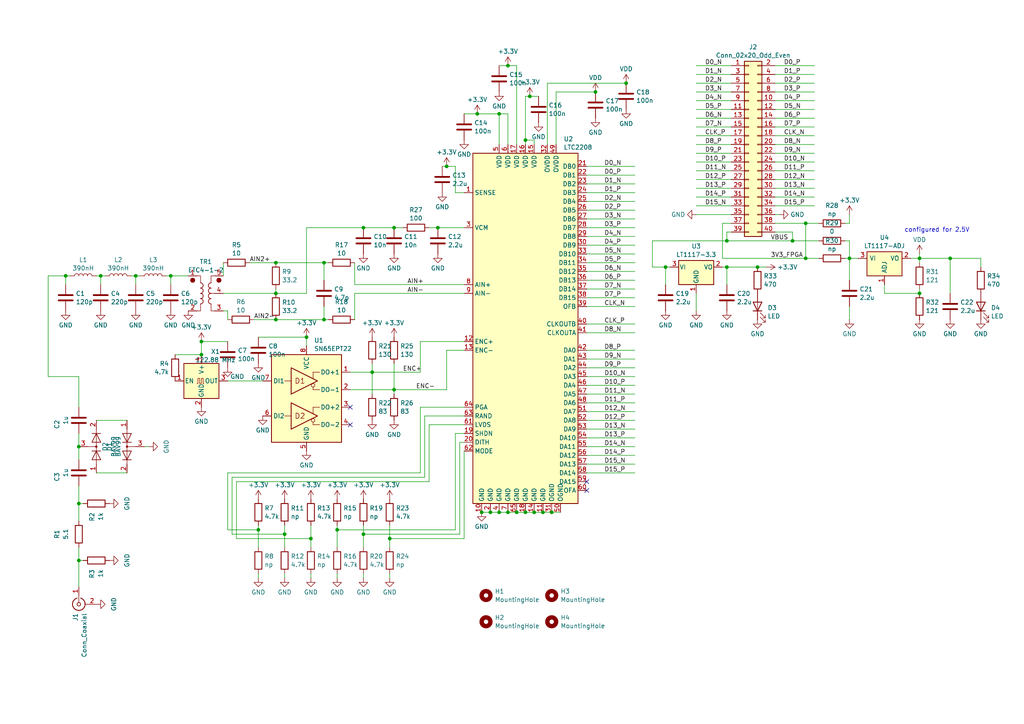
<source format=kicad_sch>
(kicad_sch (version 20231120) (generator "eeschema") (generator_version "8.0")
  (paper "A4")
  (junction (at 160.02 148.59))
  (junction (at 19.05 80.01))
  (junction (at 152.4 40.64))
  (junction (at 144.78 148.59))
  (junction (at 93.98 92.71))
  (junction (at 97.79 153.67))
  (junction (at 22.86 129.54))
  (junction (at 105.41 66.04))
  (junction (at 147.32 19.05))
  (junction (at 153.67 27.94))
  (junction (at 266.7 74.93))
  (junction (at 157.48 148.59))
  (junction (at 246.38 74.93))
  (junction (at 172.72 26.67))
  (junction (at 275.59 74.93))
  (junction (at 58.42 99.06))
  (junction (at 114.3 113.03))
  (junction (at 152.4 148.59))
  (junction (at 114.3 66.04))
  (junction (at 229.87 69.85))
  (junction (at 144.78 33.02))
  (junction (at 129.54 48.26))
  (junction (at 39.37 80.01))
  (junction (at 127 66.04))
  (junction (at 233.68 74.93))
  (junction (at 266.7 85.09))
  (junction (at 142.24 148.59))
  (junction (at 22.86 162.56))
  (junction (at 80.01 85.09))
  (junction (at 74.93 153.67))
  (junction (at 154.94 148.59))
  (junction (at 139.7 148.59))
  (junction (at 29.21 80.01))
  (junction (at 107.95 107.95))
  (junction (at 80.01 92.71))
  (junction (at 80.01 76.2))
  (junction (at 149.86 148.59))
  (junction (at 22.86 146.05))
  (junction (at 210.82 77.47))
  (junction (at 113.03 156.21))
  (junction (at 147.32 148.59))
  (junction (at 49.53 80.01))
  (junction (at 58.42 102.87))
  (junction (at 181.61 24.13))
  (junction (at 88.9 97.79))
  (junction (at 90.17 156.21))
  (junction (at 233.68 64.77))
  (junction (at 210.82 69.85))
  (junction (at 82.55 154.94))
  (junction (at 193.04 77.47))
  (junction (at 138.43 33.02))
  (junction (at 105.41 154.94))
  (junction (at 93.98 76.2))
  (junction (at 219.71 77.47))
  (no_connect (at 170.18 142.24))
  (no_connect (at 101.6 118.11))
  (no_connect (at 101.6 123.19))
  (no_connect (at 170.18 139.7))
  (wire (pts (xy 129.54 101.6) (xy 134.62 101.6)))
  (wire (pts (xy 142.24 148.59) (xy 144.78 148.59)))
  (wire (pts (xy 152.4 40.64) (xy 152.4 27.94)))
  (wire (pts (xy 147.32 33.02) (xy 147.32 41.91)))
  (wire (pts (xy 170.18 121.92) (xy 184.15 121.92)))
  (wire (pts (xy 82.55 152.4) (xy 82.55 154.94)))
  (wire (pts (xy 224.79 52.07) (xy 236.22 52.07)))
  (wire (pts (xy 22.86 146.05) (xy 22.86 151.13)))
  (wire (pts (xy 67.31 138.43) (xy 67.31 154.94)))
  (wire (pts (xy 210.82 77.47) (xy 210.82 82.55)))
  (wire (pts (xy 170.18 48.26) (xy 184.15 48.26)))
  (wire (pts (xy 266.7 73.66) (xy 266.7 74.93)))
  (wire (pts (xy 224.79 24.13) (xy 236.22 24.13)))
  (wire (pts (xy 224.79 34.29) (xy 236.22 34.29)))
  (wire (pts (xy 134.62 123.19) (xy 124.46 123.19)))
  (wire (pts (xy 107.95 105.41) (xy 107.95 107.95)))
  (wire (pts (xy 132.08 55.88) (xy 132.08 48.26)))
  (wire (pts (xy 170.18 124.46) (xy 184.15 124.46)))
  (wire (pts (xy 266.7 83.82) (xy 266.7 85.09)))
  (wire (pts (xy 201.93 62.23) (xy 212.09 62.23)))
  (wire (pts (xy 123.19 120.65) (xy 123.19 138.43)))
  (wire (pts (xy 68.58 156.21) (xy 90.17 156.21)))
  (wire (pts (xy 224.79 41.91) (xy 236.22 41.91)))
  (wire (pts (xy 58.42 99.06) (xy 58.42 102.87)))
  (wire (pts (xy 193.04 77.47) (xy 189.23 77.47)))
  (wire (pts (xy 224.79 39.37) (xy 236.22 39.37)))
  (wire (pts (xy 90.17 152.4) (xy 90.17 156.21)))
  (wire (pts (xy 201.93 36.83) (xy 212.09 36.83)))
  (wire (pts (xy 82.55 166.37) (xy 82.55 167.64)))
  (wire (pts (xy 74.93 153.67) (xy 74.93 158.75)))
  (wire (pts (xy 209.55 64.77) (xy 212.09 64.77)))
  (wire (pts (xy 49.53 80.01) (xy 49.53 82.55)))
  (wire (pts (xy 266.7 85.09) (xy 256.54 85.09)))
  (wire (pts (xy 224.79 49.53) (xy 236.22 49.53)))
  (wire (pts (xy 123.19 138.43) (xy 67.31 138.43)))
  (wire (pts (xy 22.86 109.22) (xy 22.86 118.11)))
  (wire (pts (xy 149.86 148.59) (xy 152.4 148.59)))
  (wire (pts (xy 73.66 92.71) (xy 80.01 92.71)))
  (wire (pts (xy 134.62 120.65) (xy 123.19 120.65)))
  (wire (pts (xy 105.41 152.4) (xy 105.41 154.94)))
  (wire (pts (xy 153.67 27.94) (xy 156.21 27.94)))
  (wire (pts (xy 170.18 86.36) (xy 184.15 86.36)))
  (wire (pts (xy 170.18 111.76) (xy 184.15 111.76)))
  (wire (pts (xy 124.46 66.04) (xy 127 66.04)))
  (wire (pts (xy 256.54 85.09) (xy 256.54 82.55)))
  (wire (pts (xy 161.29 26.67) (xy 172.72 26.67)))
  (wire (pts (xy 107.95 107.95) (xy 121.92 107.95)))
  (wire (pts (xy 246.38 74.93) (xy 248.92 74.93)))
  (wire (pts (xy 105.41 154.94) (xy 105.41 158.75)))
  (wire (pts (xy 97.79 166.37) (xy 97.79 167.64)))
  (wire (pts (xy 170.18 88.9) (xy 184.15 88.9)))
  (wire (pts (xy 170.18 76.2) (xy 184.15 76.2)))
  (wire (pts (xy 105.41 154.94) (xy 133.35 154.94)))
  (wire (pts (xy 147.32 19.05) (xy 144.78 19.05)))
  (wire (pts (xy 22.86 162.56) (xy 24.13 162.56)))
  (wire (pts (xy 224.79 44.45) (xy 236.22 44.45)))
  (wire (pts (xy 246.38 64.77) (xy 245.11 64.77)))
  (wire (pts (xy 88.9 66.04) (xy 88.9 85.09)))
  (wire (pts (xy 22.86 146.05) (xy 24.13 146.05)))
  (wire (pts (xy 209.55 64.77) (xy 209.55 74.93)))
  (wire (pts (xy 22.86 129.54) (xy 22.86 133.35)))
  (wire (pts (xy 170.18 68.58) (xy 184.15 68.58)))
  (wire (pts (xy 22.86 162.56) (xy 22.86 170.18)))
  (wire (pts (xy 224.79 57.15) (xy 236.22 57.15)))
  (wire (pts (xy 50.8 102.87) (xy 58.42 102.87)))
  (wire (pts (xy 147.32 148.59) (xy 149.86 148.59)))
  (wire (pts (xy 233.68 74.93) (xy 233.68 64.77)))
  (wire (pts (xy 27.94 121.92) (xy 36.83 121.92)))
  (wire (pts (xy 229.87 67.31) (xy 229.87 69.85)))
  (wire (pts (xy 144.78 33.02) (xy 147.32 33.02)))
  (wire (pts (xy 68.58 139.7) (xy 68.58 156.21)))
  (wire (pts (xy 39.37 80.01) (xy 39.37 82.55)))
  (wire (pts (xy 19.05 80.01) (xy 20.32 80.01)))
  (wire (pts (xy 201.93 46.99) (xy 212.09 46.99)))
  (wire (pts (xy 105.41 66.04) (xy 114.3 66.04)))
  (wire (pts (xy 170.18 119.38) (xy 184.15 119.38)))
  (wire (pts (xy 22.86 109.22) (xy 13.97 109.22)))
  (wire (pts (xy 264.16 74.93) (xy 266.7 74.93)))
  (wire (pts (xy 224.79 54.61) (xy 236.22 54.61)))
  (wire (pts (xy 80.01 76.2) (xy 93.98 76.2)))
  (wire (pts (xy 101.6 113.03) (xy 114.3 113.03)))
  (wire (pts (xy 93.98 92.71) (xy 95.25 92.71)))
  (wire (pts (xy 22.86 140.97) (xy 22.86 146.05)))
  (wire (pts (xy 144.78 33.02) (xy 144.78 41.91)))
  (wire (pts (xy 129.54 48.26) (xy 128.27 48.26)))
  (wire (pts (xy 210.82 67.31) (xy 212.09 67.31)))
  (wire (pts (xy 93.98 76.2) (xy 95.25 76.2)))
  (wire (pts (xy 210.82 77.47) (xy 219.71 77.47)))
  (wire (pts (xy 132.08 48.26) (xy 129.54 48.26)))
  (wire (pts (xy 113.03 166.37) (xy 113.03 167.64)))
  (wire (pts (xy 124.46 123.19) (xy 124.46 139.7)))
  (wire (pts (xy 19.05 80.01) (xy 19.05 82.55)))
  (wire (pts (xy 170.18 81.28) (xy 184.15 81.28)))
  (wire (pts (xy 105.41 66.04) (xy 88.9 66.04)))
  (wire (pts (xy 224.79 59.69) (xy 236.22 59.69)))
  (wire (pts (xy 201.93 34.29) (xy 212.09 34.29)))
  (wire (pts (xy 170.18 104.14) (xy 184.15 104.14)))
  (wire (pts (xy 219.71 77.47) (xy 222.25 77.47)))
  (wire (pts (xy 201.93 44.45) (xy 212.09 44.45)))
  (wire (pts (xy 170.18 101.6) (xy 184.15 101.6)))
  (wire (pts (xy 201.93 29.21) (xy 212.09 29.21)))
  (wire (pts (xy 152.4 27.94) (xy 153.67 27.94)))
  (wire (pts (xy 224.79 19.05) (xy 236.22 19.05)))
  (wire (pts (xy 80.01 92.71) (xy 93.98 92.71)))
  (wire (pts (xy 189.23 69.85) (xy 210.82 69.85)))
  (wire (pts (xy 224.79 67.31) (xy 229.87 67.31)))
  (wire (pts (xy 134.62 55.88) (xy 132.08 55.88)))
  (wire (pts (xy 22.86 125.73) (xy 22.86 129.54)))
  (wire (pts (xy 149.86 19.05) (xy 147.32 19.05)))
  (wire (pts (xy 134.62 99.06) (xy 121.92 99.06)))
  (wire (pts (xy 170.18 132.08) (xy 184.15 132.08)))
  (wire (pts (xy 105.41 166.37) (xy 105.41 167.64)))
  (wire (pts (xy 144.78 148.59) (xy 147.32 148.59)))
  (wire (pts (xy 170.18 66.04) (xy 184.15 66.04)))
  (wire (pts (xy 134.62 125.73) (xy 132.08 125.73)))
  (wire (pts (xy 129.54 113.03) (xy 129.54 101.6)))
  (wire (pts (xy 170.18 127) (xy 184.15 127)))
  (wire (pts (xy 134.62 82.55) (xy 102.87 82.55)))
  (wire (pts (xy 170.18 93.98) (xy 184.15 93.98)))
  (wire (pts (xy 88.9 97.79) (xy 88.9 100.33)))
  (wire (pts (xy 49.53 80.01) (xy 54.61 80.01)))
  (wire (pts (xy 224.79 36.83) (xy 236.22 36.83)))
  (wire (pts (xy 66.04 153.67) (xy 74.93 153.67)))
  (wire (pts (xy 210.82 69.85) (xy 210.82 67.31)))
  (wire (pts (xy 134.62 128.27) (xy 133.35 128.27)))
  (wire (pts (xy 170.18 78.74) (xy 184.15 78.74)))
  (wire (pts (xy 97.79 152.4) (xy 97.79 153.67)))
  (wire (pts (xy 201.93 41.91) (xy 212.09 41.91)))
  (wire (pts (xy 13.97 80.01) (xy 19.05 80.01)))
  (wire (pts (xy 170.18 71.12) (xy 184.15 71.12)))
  (wire (pts (xy 27.94 137.16) (xy 36.83 137.16)))
  (wire (pts (xy 201.93 57.15) (xy 212.09 57.15)))
  (wire (pts (xy 201.93 21.59) (xy 212.09 21.59)))
  (wire (pts (xy 113.03 152.4) (xy 113.03 156.21)))
  (wire (pts (xy 80.01 83.82) (xy 80.01 85.09)))
  (wire (pts (xy 121.92 99.06) (xy 121.92 107.95)))
  (wire (pts (xy 201.93 24.13) (xy 212.09 24.13)))
  (wire (pts (xy 149.86 41.91) (xy 149.86 19.05)))
  (wire (pts (xy 64.77 80.01) (xy 64.77 76.2)))
  (wire (pts (xy 170.18 73.66) (xy 184.15 73.66)))
  (wire (pts (xy 189.23 77.47) (xy 189.23 69.85)))
  (wire (pts (xy 72.39 76.2) (xy 80.01 76.2)))
  (wire (pts (xy 194.31 77.47) (xy 193.04 77.47)))
  (wire (pts (xy 38.1 80.01) (xy 39.37 80.01)))
  (wire (pts (xy 275.59 85.09) (xy 275.59 74.93)))
  (wire (pts (xy 97.79 153.67) (xy 97.79 158.75)))
  (wire (pts (xy 284.48 74.93) (xy 275.59 74.93)))
  (wire (pts (xy 275.59 74.93) (xy 266.7 74.93)))
  (wire (pts (xy 74.93 166.37) (xy 74.93 167.64)))
  (wire (pts (xy 266.7 74.93) (xy 266.7 76.2)))
  (wire (pts (xy 152.4 148.59) (xy 154.94 148.59)))
  (wire (pts (xy 170.18 106.68) (xy 184.15 106.68)))
  (wire (pts (xy 154.94 148.59) (xy 157.48 148.59)))
  (wire (pts (xy 170.18 60.96) (xy 184.15 60.96)))
  (wire (pts (xy 209.55 74.93) (xy 233.68 74.93)))
  (wire (pts (xy 41.91 129.54) (xy 43.18 129.54)))
  (wire (pts (xy 224.79 46.99) (xy 236.22 46.99)))
  (wire (pts (xy 201.93 52.07) (xy 212.09 52.07)))
  (wire (pts (xy 64.77 85.09) (xy 80.01 85.09)))
  (wire (pts (xy 161.29 26.67) (xy 161.29 41.91)))
  (wire (pts (xy 66.04 90.17) (xy 66.04 92.71)))
  (wire (pts (xy 201.93 26.67) (xy 212.09 26.67)))
  (wire (pts (xy 224.79 64.77) (xy 233.68 64.77)))
  (wire (pts (xy 66.04 137.16) (xy 66.04 153.67)))
  (wire (pts (xy 114.3 113.03) (xy 114.3 114.3)))
  (wire (pts (xy 82.55 154.94) (xy 82.55 158.75)))
  (wire (pts (xy 114.3 113.03) (xy 129.54 113.03)))
  (wire (pts (xy 138.43 33.02) (xy 144.78 33.02)))
  (wire (pts (xy 67.31 154.94) (xy 82.55 154.94)))
  (wire (pts (xy 224.79 62.23) (xy 226.06 62.23)))
  (wire (pts (xy 154.94 40.64) (xy 152.4 40.64)))
  (wire (pts (xy 158.75 24.13) (xy 158.75 41.91)))
  (wire (pts (xy 224.79 29.21) (xy 236.22 29.21)))
  (wire (pts (xy 113.03 156.21) (xy 113.03 158.75)))
  (wire (pts (xy 170.18 114.3) (xy 184.15 114.3)))
  (wire (pts (xy 114.3 66.04) (xy 116.84 66.04)))
  (wire (pts (xy 170.18 96.52) (xy 184.15 96.52)))
  (wire (pts (xy 224.79 31.75) (xy 236.22 31.75)))
  (wire (pts (xy 90.17 156.21) (xy 90.17 158.75)))
  (wire (pts (xy 209.55 77.47) (xy 210.82 77.47)))
  (wire (pts (xy 170.18 58.42) (xy 184.15 58.42)))
  (wire (pts (xy 134.62 130.81) (xy 134.62 156.21)))
  (wire (pts (xy 27.94 80.01) (xy 29.21 80.01)))
  (wire (pts (xy 29.21 80.01) (xy 29.21 82.55)))
  (wire (pts (xy 246.38 74.93) (xy 246.38 81.28)))
  (wire (pts (xy 134.62 33.02) (xy 138.43 33.02)))
  (wire (pts (xy 66.04 99.06) (xy 58.42 99.06)))
  (wire (pts (xy 245.11 74.93) (xy 246.38 74.93)))
  (wire (pts (xy 101.6 107.95) (xy 107.95 107.95)))
  (wire (pts (xy 134.62 66.04) (xy 127 66.04)))
  (wire (pts (xy 66.04 110.49) (xy 76.2 110.49)))
  (wire (pts (xy 157.48 148.59) (xy 160.02 148.59)))
  (wire (pts (xy 201.93 54.61) (xy 212.09 54.61)))
  (wire (pts (xy 284.48 77.47) (xy 284.48 74.93)))
  (wire (pts (xy 201.93 39.37) (xy 212.09 39.37)))
  (wire (pts (xy 124.46 139.7) (xy 68.58 139.7)))
  (wire (pts (xy 48.26 80.01) (xy 49.53 80.01)))
  (wire (pts (xy 201.93 90.17) (xy 201.93 85.09)))
  (wire (pts (xy 93.98 88.9) (xy 93.98 92.71)))
  (wire (pts (xy 134.62 118.11) (xy 121.92 118.11)))
  (wire (pts (xy 139.7 148.59) (xy 142.24 148.59)))
  (wire (pts (xy 114.3 105.41) (xy 114.3 113.03)))
  (wire (pts (xy 170.18 53.34) (xy 184.15 53.34)))
  (wire (pts (xy 154.94 40.64) (xy 154.94 41.91)))
  (wire (pts (xy 170.18 50.8) (xy 184.15 50.8)))
  (wire (pts (xy 102.87 92.71) (xy 102.87 85.09)))
  (wire (pts (xy 93.98 76.2) (xy 93.98 81.28)))
  (wire (pts (xy 102.87 85.09) (xy 134.62 85.09)))
  (wire (pts (xy 64.77 90.17) (xy 66.04 90.17)))
  (wire (pts (xy 246.38 69.85) (xy 245.11 69.85)))
  (wire (pts (xy 170.18 129.54) (xy 184.15 129.54)))
  (wire (pts (xy 39.37 80.01) (xy 40.64 80.01)))
  (wire (pts (xy 237.49 69.85) (xy 229.87 69.85)))
  (wire (pts (xy 233.68 64.77) (xy 237.49 64.77)))
  (wire (pts (xy 74.93 152.4) (xy 74.93 153.67)))
  (wire (pts (xy 224.79 26.67) (xy 236.22 26.67)))
  (wire (pts (xy 121.92 137.16) (xy 66.04 137.16)))
  (wire (pts (xy 132.08 125.73) (xy 132.08 153.67)))
  (wire (pts (xy 233.68 74.93) (xy 237.49 74.93)))
  (wire (pts (xy 133.35 128.27) (xy 133.35 154.94)))
  (wire (pts (xy 170.18 55.88) (xy 184.15 55.88)))
  (wire (pts (xy 201.93 19.05) (xy 212.09 19.05)))
  (wire (pts (xy 160.02 148.59) (xy 162.56 148.59)))
  (wire (pts (xy 80.01 85.09) (xy 88.9 85.09)))
  (wire (pts (xy 246.38 88.9) (xy 246.38 92.71)))
  (wire (pts (xy 229.87 69.85) (xy 210.82 69.85)))
  (wire (pts (xy 170.18 137.16) (xy 184.15 137.16)))
  (wire (pts (xy 102.87 82.55) (xy 102.87 76.2)))
  (wire (pts (xy 134.62 156.21) (xy 113.03 156.21)))
  (wire (pts (xy 22.86 158.75) (xy 22.86 162.56)))
  (wire (pts (xy 152.4 40.64) (xy 152.4 41.91)))
  (wire (pts (xy 246.38 62.23) (xy 246.38 64.77)))
  (wire (pts (xy 201.93 59.69) (xy 212.09 59.69)))
  (wire (pts (xy 13.97 109.22) (xy 13.97 80.01)))
  (wire (pts (xy 170.18 116.84) (xy 184.15 116.84)))
  (wire (pts (xy 170.18 83.82) (xy 184.15 83.82)))
  (wire (pts (xy 121.92 118.11) (xy 121.92 137.16)))
  (wire (pts (xy 158.75 24.13) (xy 181.61 24.13)))
  (wire (pts (xy 193.04 77.47) (xy 193.04 82.55)))
  (wire (pts (xy 224.79 21.59) (xy 236.22 21.59)))
  (wire (pts (xy 246.38 69.85) (xy 246.38 74.93)))
  (wire (pts (xy 170.18 63.5) (xy 184.15 63.5)))
  (wire (pts (xy 132.08 153.67) (xy 97.79 153.67)))
  (wire (pts (xy 201.93 31.75) (xy 212.09 31.75)))
  (wire (pts (xy 107.95 107.95) (xy 107.95 114.3)))
  (wire (pts (xy 90.17 166.37) (xy 90.17 167.64)))
  (wire (pts (xy 29.21 80.01) (xy 30.48 80.01)))
  (wire (pts (xy 74.93 97.79) (xy 88.9 97.79)))
  (wire (pts (xy 170.18 109.22) (xy 184.15 109.22)))
  (wire (pts (xy 201.93 49.53) (xy 212.09 49.53)))
  (wire (pts (xy 170.18 134.62) (xy 184.15 134.62)))
  (text "configured for 2.5V" (at 271.78 66.802 0) (effects (font (size 1.27 1.27))))
  (label "D13_P" (at 204.47 54.61 0))
  (label "AIN-" (at 118.11 85.09 0))
  (label "D1_N" (at 175.26 53.34 0))
  (label "D7_P" (at 175.26 86.36 0))
  (label "D4_N" (at 175.26 68.58 0))
  (label "D1_P" (at 175.26 55.88 0))
  (label "D11_N" (at 175.26 114.3 0))
  (label "D5_N" (at 175.26 73.66 0))
  (label "D6_P" (at 175.26 81.28 0))
  (label "D12_N" (at 175.26 119.38 0))
  (label "D9_N" (at 227.33 44.45 0))
  (label "D0_P" (at 227.33 19.05 0))
  (label "D11_P" (at 175.26 116.84 0))
  (label "ENC-" (at 120.65 113.03 0))
  (label "D7_N" (at 204.47 36.83 0))
  (label "3V3_FPGA" (at 223.52 74.93 0))
  (label "D10_N" (at 227.33 46.99 0))
  (label "D7_N" (at 175.26 83.82 0))
  (label "D0_N" (at 204.47 19.05 0))
  (label "D3_P" (at 175.26 66.04 0))
  (label "D8_N" (at 175.26 96.52 0))
  (label "D11_P" (at 227.33 49.53 0))
  (label "D0_N" (at 175.26 48.26 0))
  (label "CLK_N" (at 227.33 39.37 0))
  (label "AIN+" (at 118.11 82.55 0))
  (label "D4_P" (at 175.26 71.12 0))
  (label "CLK_P" (at 175.26 93.98 0))
  (label "D9_P" (at 204.47 44.45 0))
  (label "D3_N" (at 204.47 26.67 0))
  (label "D4_P" (at 227.33 29.21 0))
  (label "D12_N" (at 227.33 52.07 0))
  (label "D8_P" (at 175.26 101.6 0))
  (label "D6_P" (at 227.33 34.29 0))
  (label "D14_N" (at 175.26 129.54 0))
  (label "D13_P" (at 175.26 127 0))
  (label "D4_N" (at 204.47 29.21 0))
  (label "D9_P" (at 175.26 106.68 0))
  (label "D1_P" (at 227.33 21.59 0))
  (label "D3_N" (at 175.26 63.5 0))
  (label "VBUS" (at 223.52 69.85 0))
  (label "D10_N" (at 175.26 109.22 0))
  (label "D15_N" (at 204.47 59.69 0))
  (label "D15_N" (at 175.26 134.62 0))
  (label "AIN2+" (at 72.39 76.2 0))
  (label "D6_N" (at 175.26 78.74 0))
  (label "D14_N" (at 227.33 57.15 0))
  (label "D5_P" (at 204.47 31.75 0))
  (label "D2_N" (at 204.47 24.13 0))
  (label "D14_P" (at 175.26 132.08 0))
  (label "D8_P" (at 204.47 41.91 0))
  (label "D7_P" (at 227.33 36.83 0))
  (label "D10_P" (at 204.47 46.99 0))
  (label "CLK_P" (at 204.47 39.37 0))
  (label "D14_P" (at 204.47 57.15 0))
  (label "D15_P" (at 175.26 137.16 0))
  (label "AIN2-" (at 73.66 92.71 0))
  (label "ENC+" (at 116.84 107.95 0))
  (label "D13_N" (at 227.33 54.61 0))
  (label "D12_P" (at 175.26 121.92 0))
  (label "D8_N" (at 227.33 41.91 0))
  (label "D11_N" (at 204.47 49.53 0))
  (label "D15_P" (at 227.33 59.69 0))
  (label "D5_P" (at 175.26 76.2 0))
  (label "D2_P" (at 175.26 60.96 0))
  (label "D6_N" (at 204.47 34.29 0))
  (label "CLK_N" (at 175.26 88.9 0))
  (label "D12_P" (at 204.47 52.07 0))
  (label "D2_N" (at 175.26 58.42 0))
  (label "D0_P" (at 175.26 50.8 0))
  (label "D3_P" (at 227.33 26.67 0))
  (label "D9_N" (at 175.26 104.14 0))
  (label "D2_P" (at 227.33 24.13 0))
  (label "D1_N" (at 204.47 21.59 0))
  (label "D5_N" (at 227.33 31.75 0))
  (label "D10_P" (at 175.26 111.76 0))
  (label "D13_N" (at 175.26 124.46 0))
  (symbol (lib_id "Device:R") (at 80.01 88.9 0) (unit 1)
    (property "Reference" "R10" (at 81.788 87.6879 0) (effects (justify left)))
    (property "Value" "33.2" (at 81.788 90.1121 0) (effects (justify left)))
    (property "Footprint" "Resistor_SMD:R_0603_1608Metric" (effects (hide yes)))
  )
  (symbol (lib_id "power:+3.3V") (at 107.95 97.79 0) (unit 1)
    (property "Reference" "#PWR028" (effects (hide yes)))
    (property "Value" "+3.3V" (at 107.95 93.6569 0))
  )
  (symbol (lib_id "power:GND") (at 181.61 31.75 0) (unit 1)
    (property "Reference" "#PWR048" (effects (hide yes)))
    (property "Value" "GND" (at 181.61 35.8831 0))
  )
  (symbol (lib_id "Device:C") (at 128.27 52.07 0) (unit 1)
    (property "Reference" "C13" (at 131.191 50.8579 0) (effects (justify left)))
    (property "Value" "2.2u" (at 131.191 53.2821 0) (effects (justify left)))
    (property "Footprint" "Capacitor_SMD:C_0603_1608Metric" (effects (hide yes)))
  )
  (symbol (lib_id "Device:C") (at 144.78 22.86 0) (unit 1)
    (property "Reference" "C15" (at 147.701 21.6479 0) (effects (justify left)))
    (property "Value" "100n" (at 147.701 24.0721 0) (effects (justify left)))
    (property "Footprint" "Capacitor_SMD:C_0402_1005Metric" (effects (hide yes)))
  )
  (symbol (lib_id "Device:R") (at 97.79 162.56 0) (unit 1)
    (property "Reference" "R16" (at 99.568 161.3478 0) (effects (justify left)))
    (property "Value" "4.7k" (at 99.568 163.7721 0) (effects (justify left)))
    (property "Footprint" "Resistor_SMD:R_0402_1005Metric" (effects (hide yes)))
    (property "Description" "Resistor" (effects (hide yes)))
  )
  (symbol (lib_id "power:VDD") (at 181.61 24.13 0) (unit 1)
    (property "Reference" "#PWR047" (effects (hide yes)))
    (property "Value" "VDD" (at 181.61 19.9969 0))
  )
  (symbol (lib_id "Device:R") (at 266.7 80.01 0) (unit 1)
    (property "Reference" "R31" (at 268.478 78.7978 0) (effects (justify left)))
    (property "Value" "121" (at 268.478 81.2221 0) (effects (justify left)))
    (property "Footprint" "Resistor_SMD:R_0603_1608Metric" (effects (hide yes)))
    (property "Description" "Resistor" (effects (hide yes)))
  )
  (symbol (lib_id "Device:R") (at 219.71 81.28 0) (unit 1)
    (property "Reference" "R33" (at 221.488 80.0678 0) (effects (justify left)))
    (property "Value" "470" (at 221.488 82.4921 0) (effects (justify left)))
    (property "Footprint" "Resistor_SMD:R_0603_1608Metric" (effects (hide yes)))
    (property "Description" "Resistor" (effects (hide yes)))
  )
  (symbol (lib_id "Connector_Generic:Conn_02x20_Odd_Even") (at 217.17 41.91 0) (unit 1)
    (property "Reference" "J2" (at 218.44 13.6357 0))
    (property "Value" "Conn_02x20_Odd_Even" (at 218.44 16.0599 0))
    (property "Footprint" "Connector_PinSocket_2.54mm:PinSocket_2x20_P2.54mm_Vertical" (effects (hide yes)))
  )
  (symbol (lib_id "Regulator_Linear:LT1117-ADJ") (at 256.54 74.93 0) (unit 1)
    (property "Reference" "U4" (at 256.54 68.8805 0))
    (property "Value" "LT1117-ADJ" (at 256.54 71.3048 0))
    (property "Footprint" "Package_TO_SOT_SMD:SOT-223-3_TabPin2" (effects (hide yes)))
    (property "Datasheet" "https://www.analog.com/media/en/technical-documentation/data-sheets/1117fd.pdf" (effects (hide yes)))
    (property "Description" "800mA Low-Dropout Linear Regulator, adjustable output, SOT-223/TO-263" (effects (hide yes)))
  )
  (symbol (lib_id "Device:C") (at 66.04 102.87 0) (unit 1)
    (property "Reference" "C7" (at 68.961 101.6579 0) (effects (justify left)))
    (property "Value" "100n" (at 68.961 104.0821 0) (effects (justify left)))
    (property "Footprint" "Capacitor_SMD:C_0402_1005Metric" (effects (hide yes)))
  )
  (symbol (lib_id "Connector:Conn_Coaxial") (at 22.86 175.26 90) (mirror x) (unit 1)
    (property "Reference" "J1" (at 21.8831 177.8 0) (effects (justify left)))
    (property "Value" "Conn_Coaxial" (at 24.4231 177.8 0) (effects (justify left)))
    (property "Footprint" "Connector_Coaxial:SMA_Samtec_SMA-J-P-H-ST-EM1_EdgeMount" (effects (hide yes)))
  )
  (symbol (lib_id "Device:C") (at 74.93 101.6 0) (unit 1)
    (property "Reference" "C8" (at 77.851 100.3879 0) (effects (justify left)))
    (property "Value" "100n" (at 77.851 102.8121 0) (effects (justify left)))
    (property "Footprint" "Capacitor_SMD:C_0402_1005Metric" (effects (hide yes)))
  )
  (symbol (lib_id "power:GND") (at 88.9 130.81 0) (unit 1)
    (property "Reference" "#PWR020" (effects (hide yes)))
    (property "Value" "GND" (at 88.9 134.9431 0))
  )
  (symbol (lib_id "Device:L") (at 34.29 80.01 90) (unit 1)
    (property "Reference" "L2" (at 34.29 75.3602 90))
    (property "Value" "390nH" (at 34.29 77.7845 90))
    (property "Footprint" "hnch:L_1008_0805_0603_HandSolder_Combo" (effects (hide yes)))
    (property "Description" "Inductor" (effects (hide yes)))
  )
  (symbol (lib_id "power:GND") (at 201.93 62.23 270) (unit 1)
    (property "Reference" "#PWR050" (effects (hide yes)))
    (property "Value" "GND" (at 198.7551 62.23 90) (effects (justify right)))
  )
  (symbol (lib_id "power:GND") (at 39.37 90.17 0) (unit 1)
    (property "Reference" "#PWR06" (effects (hide yes)))
    (property "Value" "GND" (at 39.37 94.3031 0))
  )
  (symbol (lib_id "Device:L") (at 44.45 80.01 90) (unit 1)
    (property "Reference" "L3" (at 44.45 75.3602 90))
    (property "Value" "390nH" (at 44.45 77.7845 90))
    (property "Footprint" "hnch:L_1008_0805_0603_HandSolder_Combo" (effects (hide yes)))
    (property "Description" "Inductor" (effects (hide yes)))
  )
  (symbol (lib_id "power:+3.3V") (at 74.93 144.78 0) (unit 1)
    (property "Reference" "#PWR014" (effects (hide yes)))
    (property "Value" "+3.3V" (at 74.93 140.6469 0))
  )
  (symbol (lib_id "power:+3.3V") (at 90.17 144.78 0) (unit 1)
    (property "Reference" "#PWR021" (effects (hide yes)))
    (property "Value" "+3.3V" (at 90.17 140.6469 0))
  )
  (symbol (lib_id "power:GND") (at 113.03 167.64 0) (unit 1)
    (property "Reference" "#PWR031" (effects (hide yes)))
    (property "Value" "GND" (at 113.03 171.7731 0))
  )
  (symbol (lib_id "Device:R") (at 90.17 148.59 0) (unit 1)
    (property "Reference" "R13" (at 91.948 147.3778 0) (effects (justify left)))
    (property "Value" "4.7k" (at 91.948 149.8021 0) (effects (justify left)))
    (property "Footprint" "Resistor_SMD:R_0402_1005Metric" (effects (hide yes)))
    (property "Description" "Resistor" (effects (hide yes)))
  )
  (symbol (lib_id "Device:LED") (at 219.71 88.9 90) (unit 1)
    (property "Reference" "D3" (at 222.631 89.2753 90) (effects (justify right)))
    (property "Value" "LED" (at 222.631 91.6996 90) (effects (justify right)))
    (property "Footprint" "LED_SMD:LED_0603_1608Metric" (effects (hide yes)))
    (property "Description" "Light emitting diode" (effects (hide yes)))
  )
  (symbol (lib_id "power:GND") (at 114.3 121.92 0) (unit 1)
    (property "Reference" "#PWR034" (effects (hide yes)))
    (property "Value" "GND" (at 114.3 126.0531 0))
  )
  (symbol (lib_id "power:GND") (at 139.7 148.59 0) (unit 1)
    (property "Reference" "#PWR040" (effects (hide yes)))
    (property "Value" "GND" (at 139.7 152.7231 0))
  )
  (symbol (lib_id "Device:R") (at 74.93 148.59 0) (unit 1)
    (property "Reference" "R7" (at 76.708 147.3778 0) (effects (justify left)))
    (property "Value" "4.7k" (at 76.708 149.8021 0) (effects (justify left)))
    (property "Footprint" "Resistor_SMD:R_0402_1005Metric" (effects (hide yes)))
    (property "Description" "Resistor" (effects (hide yes)))
  )
  (symbol (lib_id "power:GND") (at 134.62 40.64 0) (unit 1)
    (property "Reference" "#PWR038" (effects (hide yes)))
    (property "Value" "GND" (at 134.62 44.7731 0))
  )
  (symbol (lib_id "Device:C") (at 49.53 86.36 0) (unit 1)
    (property "Reference" "C6" (at 52.451 85.1478 0) (effects (justify left)))
    (property "Value" "120p" (at 52.451 87.5721 0) (effects (justify left)))
    (property "Footprint" "hnch:C_0603_0402_HandSolder_Combo" (effects (hide yes)))
    (property "Description" "Unpolarized capacitor" (effects (hide yes)))
  )
  (symbol (lib_id "power:GND") (at 144.78 26.67 0) (unit 1)
    (property "Reference" "#PWR041" (effects (hide yes)))
    (property "Value" "GND" (at 144.78 30.8031 0))
  )
  (symbol (lib_id "Device:C") (at 22.86 121.92 0) (mirror y) (unit 1)
    (property "Reference" "C2" (at 16.51 124.46 90) (effects (justify left)))
    (property "Value" "1u" (at 19.05 123.1899 90) (effects (justify left)))
    (property "Footprint" "Capacitor_SMD:C_0603_1608Metric" (effects (hide yes)))
  )
  (symbol (lib_id "power:GND") (at 76.2 120.65 0) (unit 1)
    (property "Reference" "#PWR016" (effects (hide yes)))
    (property "Value" "GND" (at 76.2 124.7831 0))
  )
  (symbol (lib_name "GND_3") (lib_id "power:GND") (at 219.71 92.71 0) (unit 1)
    (property "Reference" "#PWR060" (effects (hide yes)))
    (property "Value" "GND" (at 219.71 96.8431 0))
    (property "Description" "Power symbol creates a global label with name \"GND\" , ground" (effects (hide yes)))
  )
  (symbol (lib_id "Device:C") (at 210.82 86.36 0) (unit 1)
    (property "Reference" "C20" (at 213.741 85.1478 0) (effects (justify left)))
    (property "Value" "2.2u" (at 213.741 87.5721 0) (effects (justify left)))
    (property "Footprint" "Capacitor_SMD:C_0603_1608Metric" (effects (hide yes)))
    (property "Description" "Unpolarized capacitor" (effects (hide yes)))
  )
  (symbol (lib_id "Device:R") (at 22.86 154.94 0) (mirror y) (unit 1)
    (property "Reference" "R1" (at 16.51 154.94 90))
    (property "Value" "5.1" (at 19.05 154.94 90))
    (property "Footprint" "Resistor_SMD:R_0603_1608Metric" (effects (hide yes)))
  )
  (symbol (lib_id "power:+3.3V") (at 97.79 144.78 0) (unit 1)
    (property "Reference" "#PWR023" (effects (hide yes)))
    (property "Value" "+3.3V" (at 97.79 140.6469 0))
  )
  (symbol (lib_name "GND_6") (lib_id "power:GND") (at 31.75 162.56 90) (mirror x) (unit 1)
    (property "Reference" "#PWR05" (effects (hide yes)))
    (property "Value" "GND" (at 36.83 162.56 0))
  )
  (symbol (lib_id "Device:R") (at 50.8 106.68 0) (mirror y) (unit 1)
    (property "Reference" "R4" (at 49.022 105.4679 0) (effects (justify left)))
    (property "Value" "4.7k" (at 49.022 107.8921 0) (effects (justify left)))
    (property "Footprint" "Resistor_SMD:R_0603_1608Metric" (effects (hide yes)))
  )
  (symbol (lib_id "power:GND") (at 54.61 90.17 0) (unit 1)
    (property "Reference" "#PWR09" (effects (hide yes)))
    (property "Value" "GND" (at 54.61 94.3031 0))
  )
  (symbol (lib_id "Device:C") (at 181.61 27.94 0) (unit 1)
    (property "Reference" "C18" (at 184.531 26.7279 0) (effects (justify left)))
    (property "Value" "100n" (at 184.531 29.1521 0) (effects (justify left)))
    (property "Footprint" "Capacitor_SMD:C_0402_1005Metric" (effects (hide yes)))
  )
  (symbol (lib_id "Device:R") (at 90.17 162.56 0) (unit 1)
    (property "Reference" "R14" (at 91.948 161.3478 0) (effects (justify left)))
    (property "Value" "np" (at 91.948 163.7721 0) (effects (justify left)))
    (property "Footprint" "Resistor_SMD:R_0402_1005Metric" (effects (hide yes)))
    (property "Description" "Resistor" (effects (hide yes)))
  )
  (symbol (lib_id "Device:C") (at 193.04 86.36 0) (unit 1)
    (property "Reference" "C19" (at 195.961 85.1478 0) (effects (justify left)))
    (property "Value" "2.2u" (at 195.961 87.5721 0) (effects (justify left)))
    (property "Footprint" "Capacitor_SMD:C_0603_1608Metric" (effects (hide yes)))
    (property "Description" "Unpolarized capacitor" (effects (hide yes)))
  )
  (symbol (lib_name "GND_2") (lib_id "power:GND") (at 31.75 146.05 90) (mirror x) (unit 1)
    (property "Reference" "#PWR04" (effects (hide yes)))
    (property "Value" "GND" (at 36.83 146.05 0))
  )
  (symbol (lib_id "Device:C") (at 246.38 85.09 0) (unit 1)
    (property "Reference" "C21" (at 249.301 83.8778 0) (effects (justify left)))
    (property "Value" "2.2u" (at 249.301 86.3021 0) (effects (justify left)))
    (property "Footprint" "Capacitor_SMD:C_0603_1608Metric" (effects (hide yes)))
    (property "Description" "Unpolarized capacitor" (effects (hide yes)))
  )
  (symbol (lib_id "power:VDD") (at 172.72 26.67 0) (unit 1)
    (property "Reference" "#PWR045" (effects (hide yes)))
    (property "Value" "VDD" (at 172.72 22.5369 0))
  )
  (symbol (lib_id "power:GND") (at 74.93 105.41 0) (unit 1)
    (property "Reference" "#PWR013" (effects (hide yes)))
    (property "Value" "GND" (at 74.93 109.5431 0))
  )
  (symbol (lib_id "Device:R") (at 241.3 64.77 90) (unit 1)
    (property "Reference" "R28" (at 241.3 59.6095 90))
    (property "Value" "np" (at 241.3 62.0338 90))
    (property "Footprint" "Resistor_SMD:R_0603_1608Metric" (effects (hide yes)))
    (property "Description" "Resistor" (effects (hide yes)))
  )
  (symbol (lib_id "Device:R") (at 27.94 162.56 90) (mirror x) (unit 1)
    (property "Reference" "R3" (at 26.6699 165.1 0) (effects (justify left)))
    (property "Value" "1k" (at 29.2099 165.1 0) (effects (justify left)))
    (property "Footprint" "Resistor_SMD:R_0603_1608Metric" (effects (hide yes)))
  )
  (symbol (lib_id "power:+3.3V") (at 58.42 99.06 0) (unit 1)
    (property "Reference" "#PWR010" (effects (hide yes)))
    (property "Value" "+3.3V" (at 58.42 94.9269 0))
  )
  (symbol (lib_id "power:+3.3V") (at 222.25 77.47 270) (unit 1)
    (property "Reference" "#PWR053" (effects (hide yes)))
    (property "Value" "+3.3V" (at 225.425 77.47 90) (effects (justify left)))
  )
  (symbol (lib_id "power:+3.3V") (at 246.38 62.23 0) (unit 1)
    (property "Reference" "#PWR055" (effects (hide yes)))
    (property "Value" "+3.3V" (at 246.38 58.0969 0))
  )
  (symbol (lib_id "Device:R") (at 27.94 146.05 90) (mirror x) (unit 1)
    (property "Reference" "R2" (at 26.6699 148.59 0) (effects (justify left)))
    (property "Value" "1k" (at 29.2099 148.59 0) (effects (justify left)))
    (property "Footprint" "Resistor_SMD:R_0603_1608Metric" (effects (hide yes)))
  )
  (symbol (lib_id "power:GND") (at 128.27 55.88 0) (unit 1)
    (property "Reference" "#PWR036" (effects (hide yes)))
    (property "Value" "GND" (at 128.27 60.0131 0))
  )
  (symbol (lib_id "Device:L") (at 24.13 80.01 90) (unit 1)
    (property "Reference" "L1" (at 24.13 75.3602 90))
    (property "Value" "390nH" (at 24.13 77.7845 90))
    (property "Footprint" "hnch:L_1008_0805_0603_HandSolder_Combo" (effects (hide yes)))
    (property "Description" "Inductor" (effects (hide yes)))
  )
  (symbol (lib_id "power:+3.3V") (at 82.55 144.78 0) (unit 1)
    (property "Reference" "#PWR017" (effects (hide yes)))
    (property "Value" "+3.3V" (at 82.55 140.6469 0))
  )
  (symbol (lib_id "Mechanical:MountingHole") (at 160.02 180.34 0) (unit 1) (exclude_from_sim yes) (in_bom no)
    (property "Reference" "H4" (at 162.56 179.1278 0) (effects (justify left)))
    (property "Value" "MountingHole" (at 162.56 181.5521 0) (effects (justify left)))
    (property "Footprint" "MountingHole:MountingHole_3.5mm" (effects (hide yes)))
    (property "Description" "Mounting Hole without connection" (effects (hide yes)))
  )
  (symbol (lib_name "GND_5") (lib_id "power:GND") (at 27.94 175.26 90) (mirror x) (unit 1)
    (property "Reference" "#PWR02" (effects (hide yes)))
    (property "Value" "GND" (at 33.02 175.26 0))
  )
  (symbol (lib_id "power:GND") (at 58.42 118.11 0) (unit 1)
    (property "Reference" "#PWR011" (effects (hide yes)))
    (property "Value" "GND" (at 58.42 122.2431 0))
  )
  (symbol (lib_id "Device:R") (at 266.7 88.9 0) (unit 1)
    (property "Reference" "R32" (at 268.478 87.6878 0) (effects (justify left)))
    (property "Value" "121" (at 268.478 90.1121 0) (effects (justify left)))
    (property "Footprint" "Resistor_SMD:R_0603_1608Metric" (effects (hide yes)))
    (property "Description" "Resistor" (effects (hide yes)))
  )
  (symbol (lib_id "Device:C") (at 114.3 69.85 0) (unit 1)
    (property "Reference" "C11" (at 117.221 68.6379 0) (effects (justify left)))
    (property "Value" "10n" (at 117.221 71.0621 0) (effects (justify left)))
    (property "Footprint" "Capacitor_SMD:C_0603_1608Metric" (effects (hide yes)))
  )
  (symbol (lib_id "Diode:BAV99") (at 27.94 129.54 270) (mirror x) (unit 1)
    (property "Reference" "D1" (at 31.75 129.54 0))
    (property "Value" "BAV99" (at 34.29 129.54 0))
    (property "Footprint" "Package_TO_SOT_SMD:SOT-23" (effects (hide yes)))
    (property "Datasheet" "https://assets.nexperia.com/documents/data-sheet/BAV99_SER.pdf" (effects (hide yes)))
  )
  (symbol (lib_id "Device:C") (at 39.37 86.36 0) (unit 1)
    (property "Reference" "C5" (at 42.291 85.1478 0) (effects (justify left)))
    (property "Value" "220p" (at 42.291 87.5721 0) (effects (justify left)))
    (property "Footprint" "hnch:C_0603_0402_HandSolder_Combo" (effects (hide yes)))
    (property "Description" "Unpolarized capacitor" (effects (hide yes)))
  )
  (symbol (lib_name "GND_1") (lib_id "power:GND") (at 266.7 92.71 0) (unit 1)
    (property "Reference" "#PWR058" (effects (hide yes)))
    (property "Value" "GND" (at 266.7 96.8431 0))
    (property "Description" "Power symbol creates a global label with name \"GND\" , ground" (effects (hide yes)))
  )
  (symbol (lib_id "power:GND") (at 226.06 62.23 90) (unit 1)
    (property "Reference" "#PWR054" (effects (hide yes)))
    (property "Value" "GND" (at 229.235 62.23 90) (effects (justify right)))
  )
  (symbol (lib_id "Device:R") (at 113.03 148.59 0) (unit 1)
    (property "Reference" "R23" (at 114.808 147.3778 0) (effects (justify left)))
    (property "Value" "4.7k" (at 114.808 149.8021 0) (effects (justify left)))
    (property "Footprint" "Resistor_SMD:R_0402_1005Metric" (effects (hide yes)))
    (property "Description" "Resistor" (effects (hide yes)))
  )
  (symbol (lib_id "Device:C") (at 156.21 31.75 0) (unit 1)
    (property "Reference" "C16" (at 159.131 30.5379 0) (effects (justify left)))
    (property "Value" "100n" (at 159.131 32.9621 0) (effects (justify left)))
    (property "Footprint" "Capacitor_SMD:C_0402_1005Metric" (effects (hide yes)))
  )
  (symbol (lib_id "power:+3.3V") (at 114.3 97.79 0) (unit 1)
    (property "Reference" "#PWR033" (effects (hide yes)))
    (property "Value" "+3.3V" (at 114.3 93.6569 0))
  )
  (symbol (lib_id "Device:R") (at 120.65 66.04 90) (unit 1)
    (property "Reference" "R27" (at 120.65 60.8797 90))
    (property "Value" "100" (at 120.65 63.3039 90))
    (property "Footprint" "Resistor_SMD:R_0603_1608Metric" (effects (hide yes)))
  )
  (symbol (lib_id "power:GND") (at 127 73.66 0) (unit 1)
    (property "Reference" "#PWR035" (effects (hide yes)))
    (property "Value" "GND" (at 127 77.7931 0))
  )
  (symbol (lib_id "Device:R") (at 241.3 74.93 90) (unit 1)
    (property "Reference" "R30" (at 241.3 69.7695 90))
    (property "Value" "np" (at 241.3 72.1938 90))
    (property "Footprint" "Resistor_SMD:R_0603_1608Metric" (effects (hide yes)))
    (property "Description" "Resistor" (effects (hide yes)))
  )
  (symbol (lib_id "adrf:ETC4-1-2") (at 59.69 85.09 0) (unit 1)
    (property "Reference" "TR1" (at 59.69 75.9165 0))
    (property "Value" "ETC4-1-2" (at 59.69 78.3407 0))
    (property "Footprint" "Transformer_SMD:Transformer_MACOM_SM-22" (effects (hide yes)))
    (property "Datasheet" "https://cdn.macom.com/datasheets/ETC4-1-2-TR.pdf" (effects (hide yes)))
  )
  (symbol (lib_id "Device:C") (at 134.62 36.83 0) (unit 1)
    (property "Reference" "C14" (at 137.541 35.6179 0) (effects (justify left)))
    (property "Value" "100n" (at 137.541 38.0421 0) (effects (justify left)))
    (property "Footprint" "Capacitor_SMD:C_0402_1005Metric" (effects (hide yes)))
  )
  (symbol (lib_id "power:GND") (at 114.3 73.66 0) (unit 1)
    (property "Reference" "#PWR032" (effects (hide yes)))
    (property "Value" "GND" (at 114.3 77.7931 0))
  )
  (symbol (lib_id "power:GND") (at 29.21 90.17 0) (unit 1)
    (property "Reference" "#PWR03" (effects (hide yes)))
    (property "Value" "GND" (at 29.21 94.3031 0))
  )
  (symbol (lib_id "Device:C") (at 127 69.85 0) (unit 1)
    (property "Reference" "C12" (at 129.921 68.6379 0) (effects (justify left)))
    (property "Value" "2.2u" (at 129.921 71.0621 0) (effects (justify left)))
    (property "Footprint" "Capacitor_SMD:C_0603_1608Metric" (effects (hide yes)))
  )
  (symbol (lib_id "power:+3.3V") (at 113.03 144.78 0) (unit 1)
    (property "Reference" "#PWR030" (effects (hide yes)))
    (property "Value" "+3.3V" (at 113.03 140.6469 0))
  )
  (symbol (lib_id "power:GND") (at 105.41 73.66 0) (unit 1)
    (property "Reference" "#PWR025" (effects (hide yes)))
    (property "Value" "GND" (at 105.41 77.7931 0))
  )
  (symbol (lib_name "GND_3") (lib_id "power:GND") (at 284.48 92.71 0) (unit 1)
    (property "Reference" "#PWR061" (effects (hide yes)))
    (property "Value" "GND" (at 284.48 96.8431 0))
    (property "Description" "Power symbol creates a global label with name \"GND\" , ground" (effects (hide yes)))
  )
  (symbol (lib_id "Mechanical:MountingHole") (at 160.02 172.72 0) (unit 1) (exclude_from_sim yes) (in_bom no)
    (property "Reference" "H3" (at 162.56 171.5078 0) (effects (justify left)))
    (property "Value" "MountingHole" (at 162.56 173.9321 0) (effects (justify left)))
    (property "Footprint" "MountingHole:MountingHole_3.5mm" (effects (hide yes)))
    (property "Description" "Mounting Hole without connection" (effects (hide yes)))
  )
  (symbol (lib_id "Device:R") (at 107.95 118.11 0) (unit 1)
    (property "Reference" "R22" (at 109.728 116.8979 0) (effects (justify left)))
    (property "Value" "83" (at 109.728 119.3221 0) (effects (justify left)))
    (property "Footprint" "Resistor_SMD:R_0603_1608Metric" (effects (hide yes)))
  )
  (symbol (lib_id "power:GND") (at 82.55 167.64 0) (unit 1)
    (property "Reference" "#PWR018" (effects (hide yes)))
    (property "Value" "GND" (at 82.55 171.7731 0))
  )
  (symbol (lib_id "Device:R") (at 105.41 162.56 0) (unit 1)
    (property "Reference" "R20" (at 107.188 161.3478 0) (effects (justify left)))
    (property "Value" "4.7k" (at 107.188 163.7721 0) (effects (justify left)))
    (property "Footprint" "Resistor_SMD:R_0402_1005Metric" (effects (hide yes)))
    (property "Description" "Resistor" (effects (hide yes)))
  )
  (symbol (lib_id "power:GND") (at 172.72 34.29 0) (unit 1)
    (property "Reference" "#PWR046" (effects (hide yes)))
    (property "Value" "GND" (at 172.72 38.4231 0))
  )
  (symbol (lib_id "Device:C") (at 22.86 137.16 0) (mirror y) (unit 1)
    (property "Reference" "C3" (at 16.51 139.7 90) (effects (justify left)))
    (property "Value" "1u" (at 19.05 138.4299 90) (effects (justify left)))
    (property "Footprint" "Capacitor_SMD:C_0603_1608Metric" (effects (hide yes)))
  )
  (symbol (lib_id "Device:R") (at 82.55 148.59 0) (unit 1)
    (property "Reference" "R11" (at 84.328 147.3778 0) (effects (justify left)))
    (property "Value" "np" (at 84.328 149.8021 0) (effects (justify left)))
    (property "Footprint" "Resistor_SMD:R_0402_1005Metric" (effects (hide yes)))
    (property "Description" "Resistor" (effects (hide yes)))
  )
  (symbol (lib_id "power:GND") (at 97.79 167.64 0) (unit 1)
    (property "Reference" "#PWR024" (effects (hide yes)))
    (property "Value" "GND" (at 97.79 171.7731 0))
  )
  (symbol (lib_id "Device:R") (at 74.93 162.56 0) (unit 1)
    (property "Reference" "R8" (at 76.708 161.3478 0) (effects (justify left)))
    (property "Value" "np" (at 76.708 163.7721 0) (effects (justify left)))
    (property "Footprint" "Resistor_SMD:R_0402_1005Metric" (effects (hide yes)))
    (property "Description" "Resistor" (effects (hide yes)))
  )
  (symbol (lib_id "Mechanical:MountingHole") (at 140.97 172.72 0) (unit 1) (exclude_from_sim yes) (in_bom no)
    (property "Reference" "H1" (at 143.51 171.5078 0) (effects (justify left)))
    (property "Value" "MountingHole" (at 143.51 173.9321 0) (effects (justify left)))
    (property "Footprint" "MountingHole:MountingHole_3.5mm" (effects (hide yes)))
    (property "Description" "Mounting Hole without connection" (effects (hide yes)))
  )
  (symbol (lib_id "Device:R") (at 284.48 81.28 0) (unit 1)
    (property "Reference" "R34" (at 286.258 80.0678 0) (effects (justify left)))
    (property "Value" "470" (at 286.258 82.4921 0) (effects (justify left)))
    (property "Footprint" "Resistor_SMD:R_0603_1608Metric" (effects (hide yes)))
    (property "Description" "Resistor" (effects (hide yes)))
  )
  (symbol (lib_id "power:GND") (at 19.05 90.17 0) (unit 1)
    (property "Reference" "#PWR01" (effects (hide yes)))
    (property "Value" "GND" (at 19.05 94.3031 0))
  )
  (symbol (lib_id "Device:R") (at 99.06 92.71 90) (unit 1)
    (property "Reference" "R18" (at 99.06 87.5497 90))
    (property "Value" "10" (at 99.06 89.9739 90))
    (property "Footprint" "Resistor_SMD:R_0603_1608Metric" (effects (hide yes)))
  )
  (symbol (lib_id "Device:LED") (at 284.48 88.9 90) (unit 1)
    (property "Reference" "D4" (at 287.401 89.2753 90) (effects (justify right)))
    (property "Value" "LED" (at 287.401 91.6996 90) (effects (justify right)))
    (property "Footprint" "LED_SMD:LED_0603_1608Metric" (effects (hide yes)))
    (property "Description" "Light emitting diode" (effects (hide yes)))
  )
  (symbol (lib_id "Device:C") (at 93.98 85.09 0) (unit 1)
    (property "Reference" "C9" (at 96.901 83.8779 0) (effects (justify left)))
    (property "Value" "4.7p" (at 96.901 86.3021 0) (effects (justify left)))
    (property "Footprint" "Capacitor_SMD:C_0603_1608Metric" (effects (hide yes)))
  )
  (symbol (lib_id "Device:R") (at 241.3 69.85 90) (unit 1)
    (property "Reference" "R29" (at 241.3 64.6895 90))
    (property "Value" "0" (at 241.3 67.1138 90))
    (property "Footprint" "Resistor_SMD:R_0603_1608Metric" (effects (hide yes)))
    (property "Description" "Resistor" (effects (hide yes)))
  )
  (symbol (lib_id "Device:C") (at 19.05 86.36 0) (unit 1)
    (property "Reference" "C1" (at 21.971 85.1478 0) (effects (justify left)))
    (property "Value" "120p" (at 21.971 87.5721 0) (effects (justify left)))
    (property "Footprint" "hnch:C_0603_0402_HandSolder_Combo" (effects (hide yes)))
    (property "Description" "Unpolarized capacitor" (effects (hide yes)))
  )
  (symbol (lib_id "power:GND") (at 74.93 167.64 0) (unit 1)
    (property "Reference" "#PWR015" (effects (hide yes)))
    (property "Value" "GND" (at 74.93 171.7731 0))
  )
  (symbol (lib_id "Device:R") (at 99.06 76.2 90) (unit 1)
    (property "Reference" "R17" (at 99.06 71.0397 90))
    (property "Value" "10" (at 99.06 73.4639 90))
    (property "Footprint" "Resistor_SMD:R_0603_1608Metric" (effects (hide yes)))
  )
  (symbol (lib_id "Device:R") (at 114.3 101.6 0) (unit 1)
    (property "Reference" "R25" (at 116.078 100.3879 0) (effects (justify left)))
    (property "Value" "130" (at 116.078 102.8121 0) (effects (justify left)))
    (property "Footprint" "Resistor_SMD:R_0603_1608Metric" (effects (hide yes)))
  )
  (symbol (lib_id "power:+3.3V") (at 105.41 144.78 0) (unit 1)
    (property "Reference" "#PWR026" (effects (hide yes)))
    (property "Value" "+3.3V" (at 105.41 140.6469 0))
  )
  (symbol (lib_id "Device:R") (at 113.03 162.56 0) (unit 1)
    (property "Reference" "R24" (at 114.808 161.3478 0) (effects (justify left)))
    (property "Value" "np" (at 114.808 163.7721 0) (effects (justify left)))
    (property "Footprint" "Resistor_SMD:R_0402_1005Metric" (effects (hide yes)))
    (property "Description" "Resistor" (effects (hide yes)))
  )
  (symbol (lib_id "Device:C") (at 105.41 69.85 0) (unit 1)
    (property "Reference" "C10" (at 108.331 68.6379 0) (effects (justify left)))
    (property "Value" "10n" (at 108.331 71.0621 0) (effects (justify left)))
    (property "Footprint" "Capacitor_SMD:C_0603_1608Metric" (effects (hide yes)))
  )
  (symbol (lib_id "Device:R") (at 114.3 118.11 0) (unit 1)
    (property "Reference" "R26" (at 116.078 116.8979 0) (effects (justify left)))
    (property "Value" "83" (at 116.078 119.3221 0) (effects (justify left)))
    (property "Footprint" "Resistor_SMD:R_0603_1608Metric" (effects (hide yes)))
  )
  (symbol (lib_id "power:+3.3V") (at 138.43 33.02 0) (unit 1)
    (property "Reference" "#PWR039" (effects (hide yes)))
    (property "Value" "+3.3V" (at 138.43 28.8869 0))
  )
  (symbol (lib_id "power:+3.3V") (at 147.32 19.05 0) (unit 1)
    (property "Reference" "#PWR042" (effects (hide yes)))
    (property "Value" "+3.3V" (at 147.32 14.9169 0))
  )
  (symbol (lib_id "Device:R") (at 80.01 80.01 0) (unit 1)
    (property "Reference" "R9" (at 81.788 78.7979 0) (effects (justify left)))
    (property "Value" "33.2" (at 81.788 81.2221 0) (effects (justify left)))
    (property "Footprint" "Resistor_SMD:R_0603_1608Metric" (effects (hide yes)))
  )
  (symbol (lib_id "adrf:SN65EPT22") (at 88.9 115.57 0) (unit 1)
    (property "Reference" "U1" (at 91.0941 98.7257 0) (effects (justify left)))
    (property "Value" "SN65EPT22" (at 91.0941 101.1499 0) (effects (justify left)))
    (property "Footprint" "Package_SO:VSSOP-8_3.0x3.0mm_P0.65mm" (effects (hide yes)))
    (property "Datasheet" "https://www.ti.com/lit/ds/symlink/sn65ept22.pdf" (effects (hide yes)))
  )
  (symbol (lib_id "power:+3.3V") (at 129.54 48.26 0) (unit 1)
    (property "Reference" "#PWR037" (effects (hide yes)))
    (property "Value" "+3.3V" (at 129.54 44.1269 0))
  )
  (symbol (lib_id "power:GND") (at 90.17 167.64 0) (unit 1)
    (property "Reference" "#PWR022" (effects (hide yes)))
    (property "Value" "GND" (at 90.17 171.7731 0))
  )
  (symbol (lib_name "GND_1") (lib_id "power:GND") (at 210.82 90.17 0) (unit 1)
    (property "Reference" "#PWR052" (effects (hide yes)))
    (property "Value" "GND" (at 210.82 94.3031 0))
    (property "Description" "Power symbol creates a global label with name \"GND\" , ground" (effects (hide yes)))
  )
  (symbol (lib_id "adrf:LTC2208") (at 152.4 90.17 0) (unit 1)
    (property "Reference" "U2" (at 163.4841 40.3057 0) (effects (justify left)))
    (property "Value" "LTC2208" (at 163.4841 42.7299 0) (effects (justify left)))
    (property "Footprint" "Package_DFN_QFN:QFN-64-1EP_9x9mm_P0.5mm_EP7.15x7.15mm" (effects (hide yes)))
    (property "Datasheet" "https://www.analog.com/media/en/technical-documentation/data-sheets/2208fb.pdf" (effects (hide yes)))
  )
  (symbol (lib_name "GND_1") (lib_id "power:GND") (at 246.38 92.71 0) (unit 1)
    (property "Reference" "#PWR056" (effects (hide yes)))
    (property "Value" "GND" (at 246.38 96.8431 0))
    (property "Description" "Power symbol creates a global label with name \"GND\" , ground" (effects (hide yes)))
  )
  (symbol (lib_name "GND_1") (lib_id "power:GND") (at 275.59 92.71 0) (unit 1)
    (property "Reference" "#PWR059" (effects (hide yes)))
    (property "Value" "GND" (at 275.59 96.8431 0))
    (property "Description" "Power symbol creates a global label with name \"GND\" , ground" (effects (hide yes)))
  )
  (symbol (lib_id "Regulator_Linear:LT1117-3.3") (at 201.93 77.47 0) (unit 1)
    (property "Reference" "U3" (at 201.93 71.4205 0))
    (property "Value" "LT1117-3.3" (at 201.93 73.8448 0))
    (property "Footprint" "Package_TO_SOT_SMD:SOT-223-3_TabPin2" (effects (hide yes)))
    (property "Datasheet" "https://www.analog.com/media/en/technical-documentation/data-sheets/1117fd.pdf" (effects (hide yes)))
    (property "Description" "800mA Low-Dropout Linear Regulator, 3.3V fixed output, SOT-223/TO-263" (effects (hide yes)))
  )
  (symbol (lib_name "GND_4") (lib_id "power:GND") (at 43.18 129.54 90) (unit 1)
    (property "Reference" "#PWR07" (effects (hide yes)))
    (property "Value" "GND" (at 48.26 129.54 0))
  )
  (symbol (lib_id "Device:R") (at 82.55 162.56 0) (unit 1)
    (property "Reference" "R12" (at 84.328 161.3478 0) (effects (justify left)))
    (property "Value" "4.7k" (at 84.328 163.7721 0) (effects (justify left)))
    (property "Footprint" "Resistor_SMD:R_0402_1005Metric" (effects (hide yes)))
    (property "Description" "Resistor" (effects (hide yes)))
  )
  (symbol (lib_id "power:GND") (at 156.21 35.56 0) (unit 1)
    (property "Reference" "#PWR044" (effects (hide yes)))
    (property "Value" "GND" (at 156.21 39.6931 0))
  )
  (symbol (lib_name "GND_1") (lib_id "power:GND") (at 193.04 90.17 0) (unit 1)
    (property "Reference" "#PWR049" (effects (hide yes)))
    (property "Value" "GND" (at 193.04 94.3031 0))
    (property "Description" "Power symbol creates a global label with name \"GND\" , ground" (effects (hide yes)))
  )
  (symbol (lib_id "Device:C") (at 29.21 86.36 0) (unit 1)
    (property "Reference" "C4" (at 32.131 85.1478 0) (effects (justify left)))
    (property "Value" "220p" (at 32.131 87.5721 0) (effects (justify left)))
    (property "Footprint" "hnch:C_0603_0402_HandSolder_Combo" (effects (hide yes)))
    (property "Description" "Unpolarized capacitor" (effects (hide yes)))
  )
  (symbol (lib_id "Device:C") (at 275.59 88.9 0) (unit 1)
    (property "Reference" "C22" (at 278.511 87.6878 0) (effects (justify left)))
    (property "Value" "2.2u" (at 278.511 90.1121 0) (effects (justify left)))
    (property "Footprint" "Capacitor_SMD:C_0603_1608Metric" (effects (hide yes)))
    (property "Description" "Unpolarized capacitor" (effects (hide yes)))
  )
  (symbol (lib_id "Mechanical:MountingHole") (at 140.97 180.34 0) (unit 1) (exclude_from_sim yes) (in_bom no)
    (property "Reference" "H2" (at 143.51 179.1278 0) (effects (justify left)))
    (property "Value" "MountingHole" (at 143.51 181.5521 0) (effects (justify left)))
    (property "Footprint" "MountingHole:MountingHole_3.5mm" (effects (hide yes)))
    (property "Description" "Mounting Hole without connection" (effects (hide yes)))
  )
  (symbol (lib_id "Device:R") (at 69.85 92.71 90) (unit 1)
    (property "Reference" "R6" (at 69.85 87.5497 90))
    (property "Value" "10" (at 69.85 89.9739 90))
    (property "Footprint" "Resistor_SMD:R_0603_1608Metric" (effects (hide yes)))
  )
  (symbol (lib_id "power:GND") (at 105.41 167.64 0) (unit 1)
    (property "Reference" "#PWR027" (effects (hide yes)))
    (property "Value" "GND" (at 105.41 171.7731 0))
  )
  (symbol (lib_id "Device:C") (at 172.72 30.48 0) (unit 1)
    (property "Reference" "C17" (at 175.641 29.2679 0) (effects (justify left)))
    (property "Value" "100n" (at 175.641 31.6921 0) (effects (justify left)))
    (property "Footprint" "Capacitor_SMD:C_0402_1005Metric" (effects (hide yes)))
  )
  (symbol (lib_id "power:GND") (at 49.53 90.17 0) (unit 1)
    (property "Reference" "#PWR08" (effects (hide yes)))
    (property "Value" "GND" (at 49.53 94.3031 0))
  )
  (symbol (lib_id "Device:R") (at 107.95 101.6 0) (unit 1)
    (property "Reference" "R21" (at 109.728 100.3879 0) (effects (justify left)))
    (property "Value" "130" (at 109.728 102.8121 0) (effects (justify left)))
    (property "Footprint" "Resistor_SMD:R_0603_1608Metric" (effects (hide yes)))
  )
  (symbol (lib_id "power:VDD") (at 266.7 73.66 0) (unit 1)
    (property "Reference" "#PWR057" (effects (hide yes)))
    (property "Value" "VDD" (at 266.7 69.5269 0))
  )
  (symbol (lib_id "power:GND") (at 107.95 121.92 0) (unit 1)
    (property "Reference" "#PWR029" (effects (hide yes)))
    (property "Value" "GND" (at 107.95 126.0531 0))
  )
  (symbol (lib_id "Oscillator:XO91") (at 58.42 110.49 0) (unit 1)
    (property "Reference" "X1" (at 62.484 101.9698 0))
    (property "Value" "122.88 MHz" (at 62.484 104.394 0))
    (property "Footprint" "Oscillator:Oscillator_SMD_EuroQuartz_XO91-4Pin_7.0x5.0mm" (effects (hide yes)))
    (property "Datasheet" "http://cdn-reichelt.de/documents/datenblatt/B400/XO91.pdf" (effects (hide yes)))
  )
  (symbol (lib_id "power:+3.3V") (at 88.9 97.79 0) (unit 1)
    (property "Reference" "#PWR019" (effects (hide yes)))
    (property "Value" "+3.3V" (at 88.9 93.6569 0))
  )
  (symbol (lib_id "power:GND") (at 66.04 106.68 0) (unit 1)
    (property "Reference" "#PWR012" (effects (hide yes)))
    (property "Value" "GND" (at 68.834 109.22 0))
  )
  (symbol (lib_id "Device:R") (at 105.41 148.59 0) (unit 1)
    (property "Reference" "R19" (at 107.188 147.3778 0) (effects (justify left)))
    (property "Value" "np" (at 107.188 149.8021 0) (effects (justify left)))
    (property "Footprint" "Resistor_SMD:R_0402_1005Metric" (effects (hide yes)))
    (property "Description" "Resistor" (effects (hide yes)))
  )
  (symbol (lib_id "power:+3.3V") (at 153.67 27.94 0) (unit 1)
    (property "Reference" "#PWR043" (effects (hide yes)))
    (property "Value" "+3.3V" (at 153.67 23.8069 0))
  )
  (symbol (lib_name "GND_1") (lib_id "power:GND") (at 201.93 90.17 0) (unit 1)
    (property "Reference" "#PWR051" (effects (hide yes)))
    (property "Value" "GND" (at 201.93 94.3031 0))
    (property "Description" "Power symbol creates a global label with name \"GND\" , ground" (effects (hide yes)))
  )
  (symbol (lib_id "Diode:BAV99") (at 36.83 129.54 90) (mirror x) (unit 1)
    (property "Reference" "D2" (at 30.48 129.54 0))
    (property "Value" "BAV99" (at 33.02 129.54 0))
    (property "Footprint" "Package_TO_SOT_SMD:SOT-23" (effects (hide yes)))
    (property "Datasheet" "https://assets.nexperia.com/documents/data-sheet/BAV99_SER.pdf" (effects (hide yes)))
  )
  (symbol (lib_id "Device:R") (at 68.58 76.2 90) (unit 1)
    (property "Reference" "R5" (at 68.58 71.0397 90))
    (property "Value" "10" (at 68.58 73.4639 90))
    (property "Footprint" "Resistor_SMD:R_0603_1608Metric" (effects (hide yes)))
  )
  (symbol (lib_id "Device:R") (at 97.79 148.59 0) (unit 1)
    (property "Reference" "R15" (at 99.568 147.3778 0) (effects (justify left)))
    (property "Value" "np" (at 99.568 149.8021 0) (effects (justify left)))
    (property "Footprint" "Resistor_SMD:R_0402_1005Metric" (effects (hide yes)))
    (property "Description" "Resistor" (effects (hide yes)))
  )
)
</source>
